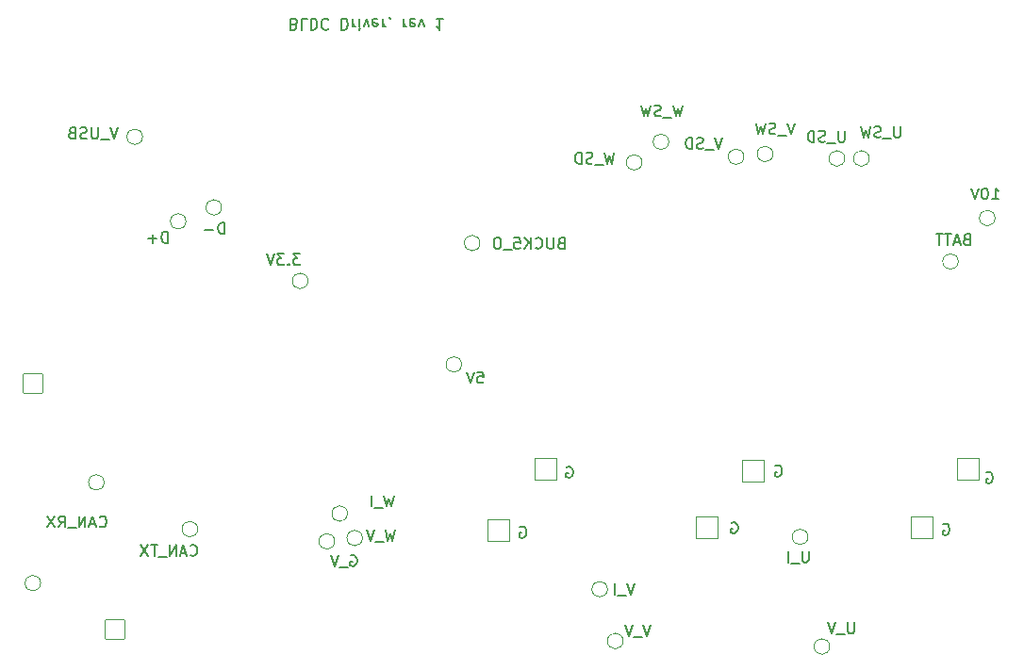
<source format=gbo>
G04 #@! TF.GenerationSoftware,KiCad,Pcbnew,8.0.4-8.0.4-0~ubuntu22.04.1*
G04 #@! TF.CreationDate,2024-09-01T21:10:03+02:00*
G04 #@! TF.ProjectId,bldc_project,626c6463-5f70-4726-9f6a-6563742e6b69,rev?*
G04 #@! TF.SameCoordinates,Original*
G04 #@! TF.FileFunction,Legend,Bot*
G04 #@! TF.FilePolarity,Positive*
%FSLAX46Y46*%
G04 Gerber Fmt 4.6, Leading zero omitted, Abs format (unit mm)*
G04 Created by KiCad (PCBNEW 8.0.4-8.0.4-0~ubuntu22.04.1) date 2024-09-01 21:10:03*
%MOMM*%
%LPD*%
G01*
G04 APERTURE LIST*
G04 Aperture macros list*
%AMRoundRect*
0 Rectangle with rounded corners*
0 $1 Rounding radius*
0 $2 $3 $4 $5 $6 $7 $8 $9 X,Y pos of 4 corners*
0 Add a 4 corners polygon primitive as box body*
4,1,4,$2,$3,$4,$5,$6,$7,$8,$9,$2,$3,0*
0 Add four circle primitives for the rounded corners*
1,1,$1+$1,$2,$3*
1,1,$1+$1,$4,$5*
1,1,$1+$1,$6,$7*
1,1,$1+$1,$8,$9*
0 Add four rect primitives between the rounded corners*
20,1,$1+$1,$2,$3,$4,$5,0*
20,1,$1+$1,$4,$5,$6,$7,0*
20,1,$1+$1,$6,$7,$8,$9,0*
20,1,$1+$1,$8,$9,$2,$3,0*%
G04 Aperture macros list end*
%ADD10C,0.160000*%
%ADD11C,0.120000*%
%ADD12RoundRect,0.038000X0.952500X1.000000X-0.952500X1.000000X-0.952500X-1.000000X0.952500X-1.000000X0*%
%ADD13O,1.981000X2.076000*%
%ADD14C,1.676000*%
%ADD15C,1.448000*%
%ADD16C,0.726000*%
%ADD17O,1.076000X2.176000*%
%ADD18O,1.076000X1.676000*%
%ADD19RoundRect,0.038000X0.850000X-0.850000X0.850000X0.850000X-0.850000X0.850000X-0.850000X-0.850000X0*%
%ADD20O,1.776000X1.776000*%
%ADD21RoundRect,0.038000X0.850000X0.850000X-0.850000X0.850000X-0.850000X-0.850000X0.850000X-0.850000X0*%
%ADD22C,1.076000*%
G04 APERTURE END LIST*
D10*
X76001879Y-128069299D02*
X75763784Y-129069299D01*
X75763784Y-129069299D02*
X75573308Y-128355013D01*
X75573308Y-128355013D02*
X75382832Y-129069299D01*
X75382832Y-129069299D02*
X75144737Y-128069299D01*
X75001880Y-129164537D02*
X74239975Y-129164537D01*
X74144736Y-128069299D02*
X73811403Y-129069299D01*
X73811403Y-129069299D02*
X73478070Y-128069299D01*
X101851879Y-89919299D02*
X101613784Y-90919299D01*
X101613784Y-90919299D02*
X101423308Y-90205013D01*
X101423308Y-90205013D02*
X101232832Y-90919299D01*
X101232832Y-90919299D02*
X100994737Y-89919299D01*
X100851880Y-91014537D02*
X100089975Y-91014537D01*
X99899498Y-90871680D02*
X99756641Y-90919299D01*
X99756641Y-90919299D02*
X99518546Y-90919299D01*
X99518546Y-90919299D02*
X99423308Y-90871680D01*
X99423308Y-90871680D02*
X99375689Y-90824060D01*
X99375689Y-90824060D02*
X99328070Y-90728822D01*
X99328070Y-90728822D02*
X99328070Y-90633584D01*
X99328070Y-90633584D02*
X99375689Y-90538346D01*
X99375689Y-90538346D02*
X99423308Y-90490727D01*
X99423308Y-90490727D02*
X99518546Y-90443108D01*
X99518546Y-90443108D02*
X99709022Y-90395489D01*
X99709022Y-90395489D02*
X99804260Y-90347870D01*
X99804260Y-90347870D02*
X99851879Y-90300251D01*
X99851879Y-90300251D02*
X99899498Y-90205013D01*
X99899498Y-90205013D02*
X99899498Y-90109775D01*
X99899498Y-90109775D02*
X99851879Y-90014537D01*
X99851879Y-90014537D02*
X99804260Y-89966918D01*
X99804260Y-89966918D02*
X99709022Y-89919299D01*
X99709022Y-89919299D02*
X99470927Y-89919299D01*
X99470927Y-89919299D02*
X99328070Y-89966918D01*
X98994736Y-89919299D02*
X98756641Y-90919299D01*
X98756641Y-90919299D02*
X98566165Y-90205013D01*
X98566165Y-90205013D02*
X98375689Y-90919299D01*
X98375689Y-90919299D02*
X98137594Y-89919299D01*
X116406641Y-92219299D02*
X116406641Y-93028822D01*
X116406641Y-93028822D02*
X116359022Y-93124060D01*
X116359022Y-93124060D02*
X116311403Y-93171680D01*
X116311403Y-93171680D02*
X116216165Y-93219299D01*
X116216165Y-93219299D02*
X116025689Y-93219299D01*
X116025689Y-93219299D02*
X115930451Y-93171680D01*
X115930451Y-93171680D02*
X115882832Y-93124060D01*
X115882832Y-93124060D02*
X115835213Y-93028822D01*
X115835213Y-93028822D02*
X115835213Y-92219299D01*
X115597118Y-93314537D02*
X114835213Y-93314537D01*
X114644736Y-93171680D02*
X114501879Y-93219299D01*
X114501879Y-93219299D02*
X114263784Y-93219299D01*
X114263784Y-93219299D02*
X114168546Y-93171680D01*
X114168546Y-93171680D02*
X114120927Y-93124060D01*
X114120927Y-93124060D02*
X114073308Y-93028822D01*
X114073308Y-93028822D02*
X114073308Y-92933584D01*
X114073308Y-92933584D02*
X114120927Y-92838346D01*
X114120927Y-92838346D02*
X114168546Y-92790727D01*
X114168546Y-92790727D02*
X114263784Y-92743108D01*
X114263784Y-92743108D02*
X114454260Y-92695489D01*
X114454260Y-92695489D02*
X114549498Y-92647870D01*
X114549498Y-92647870D02*
X114597117Y-92600251D01*
X114597117Y-92600251D02*
X114644736Y-92505013D01*
X114644736Y-92505013D02*
X114644736Y-92409775D01*
X114644736Y-92409775D02*
X114597117Y-92314537D01*
X114597117Y-92314537D02*
X114549498Y-92266918D01*
X114549498Y-92266918D02*
X114454260Y-92219299D01*
X114454260Y-92219299D02*
X114216165Y-92219299D01*
X114216165Y-92219299D02*
X114073308Y-92266918D01*
X113644736Y-93219299D02*
X113644736Y-92219299D01*
X113644736Y-92219299D02*
X113406641Y-92219299D01*
X113406641Y-92219299D02*
X113263784Y-92266918D01*
X113263784Y-92266918D02*
X113168546Y-92362156D01*
X113168546Y-92362156D02*
X113120927Y-92457394D01*
X113120927Y-92457394D02*
X113073308Y-92647870D01*
X113073308Y-92647870D02*
X113073308Y-92790727D01*
X113073308Y-92790727D02*
X113120927Y-92981203D01*
X113120927Y-92981203D02*
X113168546Y-93076441D01*
X113168546Y-93076441D02*
X113263784Y-93171680D01*
X113263784Y-93171680D02*
X113406641Y-93219299D01*
X113406641Y-93219299D02*
X113644736Y-93219299D01*
X51099498Y-91919299D02*
X50766165Y-92919299D01*
X50766165Y-92919299D02*
X50432832Y-91919299D01*
X50337594Y-93014537D02*
X49575689Y-93014537D01*
X49337593Y-91919299D02*
X49337593Y-92728822D01*
X49337593Y-92728822D02*
X49289974Y-92824060D01*
X49289974Y-92824060D02*
X49242355Y-92871680D01*
X49242355Y-92871680D02*
X49147117Y-92919299D01*
X49147117Y-92919299D02*
X48956641Y-92919299D01*
X48956641Y-92919299D02*
X48861403Y-92871680D01*
X48861403Y-92871680D02*
X48813784Y-92824060D01*
X48813784Y-92824060D02*
X48766165Y-92728822D01*
X48766165Y-92728822D02*
X48766165Y-91919299D01*
X48337593Y-92871680D02*
X48194736Y-92919299D01*
X48194736Y-92919299D02*
X47956641Y-92919299D01*
X47956641Y-92919299D02*
X47861403Y-92871680D01*
X47861403Y-92871680D02*
X47813784Y-92824060D01*
X47813784Y-92824060D02*
X47766165Y-92728822D01*
X47766165Y-92728822D02*
X47766165Y-92633584D01*
X47766165Y-92633584D02*
X47813784Y-92538346D01*
X47813784Y-92538346D02*
X47861403Y-92490727D01*
X47861403Y-92490727D02*
X47956641Y-92443108D01*
X47956641Y-92443108D02*
X48147117Y-92395489D01*
X48147117Y-92395489D02*
X48242355Y-92347870D01*
X48242355Y-92347870D02*
X48289974Y-92300251D01*
X48289974Y-92300251D02*
X48337593Y-92205013D01*
X48337593Y-92205013D02*
X48337593Y-92109775D01*
X48337593Y-92109775D02*
X48289974Y-92014537D01*
X48289974Y-92014537D02*
X48242355Y-91966918D01*
X48242355Y-91966918D02*
X48147117Y-91919299D01*
X48147117Y-91919299D02*
X47909022Y-91919299D01*
X47909022Y-91919299D02*
X47766165Y-91966918D01*
X47004260Y-92395489D02*
X46861403Y-92443108D01*
X46861403Y-92443108D02*
X46813784Y-92490727D01*
X46813784Y-92490727D02*
X46766165Y-92585965D01*
X46766165Y-92585965D02*
X46766165Y-92728822D01*
X46766165Y-92728822D02*
X46813784Y-92824060D01*
X46813784Y-92824060D02*
X46861403Y-92871680D01*
X46861403Y-92871680D02*
X46956641Y-92919299D01*
X46956641Y-92919299D02*
X47337593Y-92919299D01*
X47337593Y-92919299D02*
X47337593Y-91919299D01*
X47337593Y-91919299D02*
X47004260Y-91919299D01*
X47004260Y-91919299D02*
X46909022Y-91966918D01*
X46909022Y-91966918D02*
X46861403Y-92014537D01*
X46861403Y-92014537D02*
X46813784Y-92109775D01*
X46813784Y-92109775D02*
X46813784Y-92205013D01*
X46813784Y-92205013D02*
X46861403Y-92300251D01*
X46861403Y-92300251D02*
X46909022Y-92347870D01*
X46909022Y-92347870D02*
X47004260Y-92395489D01*
X47004260Y-92395489D02*
X47337593Y-92395489D01*
X95701879Y-94169299D02*
X95463784Y-95169299D01*
X95463784Y-95169299D02*
X95273308Y-94455013D01*
X95273308Y-94455013D02*
X95082832Y-95169299D01*
X95082832Y-95169299D02*
X94844737Y-94169299D01*
X94701880Y-95264537D02*
X93939975Y-95264537D01*
X93749498Y-95121680D02*
X93606641Y-95169299D01*
X93606641Y-95169299D02*
X93368546Y-95169299D01*
X93368546Y-95169299D02*
X93273308Y-95121680D01*
X93273308Y-95121680D02*
X93225689Y-95074060D01*
X93225689Y-95074060D02*
X93178070Y-94978822D01*
X93178070Y-94978822D02*
X93178070Y-94883584D01*
X93178070Y-94883584D02*
X93225689Y-94788346D01*
X93225689Y-94788346D02*
X93273308Y-94740727D01*
X93273308Y-94740727D02*
X93368546Y-94693108D01*
X93368546Y-94693108D02*
X93559022Y-94645489D01*
X93559022Y-94645489D02*
X93654260Y-94597870D01*
X93654260Y-94597870D02*
X93701879Y-94550251D01*
X93701879Y-94550251D02*
X93749498Y-94455013D01*
X93749498Y-94455013D02*
X93749498Y-94359775D01*
X93749498Y-94359775D02*
X93701879Y-94264537D01*
X93701879Y-94264537D02*
X93654260Y-94216918D01*
X93654260Y-94216918D02*
X93559022Y-94169299D01*
X93559022Y-94169299D02*
X93320927Y-94169299D01*
X93320927Y-94169299D02*
X93178070Y-94216918D01*
X92749498Y-95169299D02*
X92749498Y-94169299D01*
X92749498Y-94169299D02*
X92511403Y-94169299D01*
X92511403Y-94169299D02*
X92368546Y-94216918D01*
X92368546Y-94216918D02*
X92273308Y-94312156D01*
X92273308Y-94312156D02*
X92225689Y-94407394D01*
X92225689Y-94407394D02*
X92178070Y-94597870D01*
X92178070Y-94597870D02*
X92178070Y-94740727D01*
X92178070Y-94740727D02*
X92225689Y-94931203D01*
X92225689Y-94931203D02*
X92273308Y-95026441D01*
X92273308Y-95026441D02*
X92368546Y-95121680D01*
X92368546Y-95121680D02*
X92511403Y-95169299D01*
X92511403Y-95169299D02*
X92749498Y-95169299D01*
X83430451Y-113869299D02*
X83906641Y-113869299D01*
X83906641Y-113869299D02*
X83954260Y-114345489D01*
X83954260Y-114345489D02*
X83906641Y-114297870D01*
X83906641Y-114297870D02*
X83811403Y-114250251D01*
X83811403Y-114250251D02*
X83573308Y-114250251D01*
X83573308Y-114250251D02*
X83478070Y-114297870D01*
X83478070Y-114297870D02*
X83430451Y-114345489D01*
X83430451Y-114345489D02*
X83382832Y-114440727D01*
X83382832Y-114440727D02*
X83382832Y-114678822D01*
X83382832Y-114678822D02*
X83430451Y-114774060D01*
X83430451Y-114774060D02*
X83478070Y-114821680D01*
X83478070Y-114821680D02*
X83573308Y-114869299D01*
X83573308Y-114869299D02*
X83811403Y-114869299D01*
X83811403Y-114869299D02*
X83906641Y-114821680D01*
X83906641Y-114821680D02*
X83954260Y-114774060D01*
X83097117Y-113869299D02*
X82763784Y-114869299D01*
X82763784Y-114869299D02*
X82430451Y-113869299D01*
X75901879Y-124969299D02*
X75663784Y-125969299D01*
X75663784Y-125969299D02*
X75473308Y-125255013D01*
X75473308Y-125255013D02*
X75282832Y-125969299D01*
X75282832Y-125969299D02*
X75044737Y-124969299D01*
X74901880Y-126064537D02*
X74139975Y-126064537D01*
X73901879Y-125969299D02*
X73901879Y-124969299D01*
X129132832Y-122916918D02*
X129228070Y-122869299D01*
X129228070Y-122869299D02*
X129370927Y-122869299D01*
X129370927Y-122869299D02*
X129513784Y-122916918D01*
X129513784Y-122916918D02*
X129609022Y-123012156D01*
X129609022Y-123012156D02*
X129656641Y-123107394D01*
X129656641Y-123107394D02*
X129704260Y-123297870D01*
X129704260Y-123297870D02*
X129704260Y-123440727D01*
X129704260Y-123440727D02*
X129656641Y-123631203D01*
X129656641Y-123631203D02*
X129609022Y-123726441D01*
X129609022Y-123726441D02*
X129513784Y-123821680D01*
X129513784Y-123821680D02*
X129370927Y-123869299D01*
X129370927Y-123869299D02*
X129275689Y-123869299D01*
X129275689Y-123869299D02*
X129132832Y-123821680D01*
X129132832Y-123821680D02*
X129085213Y-123774060D01*
X129085213Y-123774060D02*
X129085213Y-123440727D01*
X129085213Y-123440727D02*
X129275689Y-123440727D01*
X60706641Y-101469299D02*
X60706641Y-100469299D01*
X60706641Y-100469299D02*
X60468546Y-100469299D01*
X60468546Y-100469299D02*
X60325689Y-100516918D01*
X60325689Y-100516918D02*
X60230451Y-100612156D01*
X60230451Y-100612156D02*
X60182832Y-100707394D01*
X60182832Y-100707394D02*
X60135213Y-100897870D01*
X60135213Y-100897870D02*
X60135213Y-101040727D01*
X60135213Y-101040727D02*
X60182832Y-101231203D01*
X60182832Y-101231203D02*
X60230451Y-101326441D01*
X60230451Y-101326441D02*
X60325689Y-101421680D01*
X60325689Y-101421680D02*
X60468546Y-101469299D01*
X60468546Y-101469299D02*
X60706641Y-101469299D01*
X59706641Y-101088346D02*
X58944737Y-101088346D01*
X105399498Y-92819299D02*
X105066165Y-93819299D01*
X105066165Y-93819299D02*
X104732832Y-92819299D01*
X104637594Y-93914537D02*
X103875689Y-93914537D01*
X103685212Y-93771680D02*
X103542355Y-93819299D01*
X103542355Y-93819299D02*
X103304260Y-93819299D01*
X103304260Y-93819299D02*
X103209022Y-93771680D01*
X103209022Y-93771680D02*
X103161403Y-93724060D01*
X103161403Y-93724060D02*
X103113784Y-93628822D01*
X103113784Y-93628822D02*
X103113784Y-93533584D01*
X103113784Y-93533584D02*
X103161403Y-93438346D01*
X103161403Y-93438346D02*
X103209022Y-93390727D01*
X103209022Y-93390727D02*
X103304260Y-93343108D01*
X103304260Y-93343108D02*
X103494736Y-93295489D01*
X103494736Y-93295489D02*
X103589974Y-93247870D01*
X103589974Y-93247870D02*
X103637593Y-93200251D01*
X103637593Y-93200251D02*
X103685212Y-93105013D01*
X103685212Y-93105013D02*
X103685212Y-93009775D01*
X103685212Y-93009775D02*
X103637593Y-92914537D01*
X103637593Y-92914537D02*
X103589974Y-92866918D01*
X103589974Y-92866918D02*
X103494736Y-92819299D01*
X103494736Y-92819299D02*
X103256641Y-92819299D01*
X103256641Y-92819299D02*
X103113784Y-92866918D01*
X102685212Y-93819299D02*
X102685212Y-92819299D01*
X102685212Y-92819299D02*
X102447117Y-92819299D01*
X102447117Y-92819299D02*
X102304260Y-92866918D01*
X102304260Y-92866918D02*
X102209022Y-92962156D01*
X102209022Y-92962156D02*
X102161403Y-93057394D01*
X102161403Y-93057394D02*
X102113784Y-93247870D01*
X102113784Y-93247870D02*
X102113784Y-93390727D01*
X102113784Y-93390727D02*
X102161403Y-93581203D01*
X102161403Y-93581203D02*
X102209022Y-93676441D01*
X102209022Y-93676441D02*
X102304260Y-93771680D01*
X102304260Y-93771680D02*
X102447117Y-93819299D01*
X102447117Y-93819299D02*
X102685212Y-93819299D01*
X111899498Y-91519299D02*
X111566165Y-92519299D01*
X111566165Y-92519299D02*
X111232832Y-91519299D01*
X111137594Y-92614537D02*
X110375689Y-92614537D01*
X110185212Y-92471680D02*
X110042355Y-92519299D01*
X110042355Y-92519299D02*
X109804260Y-92519299D01*
X109804260Y-92519299D02*
X109709022Y-92471680D01*
X109709022Y-92471680D02*
X109661403Y-92424060D01*
X109661403Y-92424060D02*
X109613784Y-92328822D01*
X109613784Y-92328822D02*
X109613784Y-92233584D01*
X109613784Y-92233584D02*
X109661403Y-92138346D01*
X109661403Y-92138346D02*
X109709022Y-92090727D01*
X109709022Y-92090727D02*
X109804260Y-92043108D01*
X109804260Y-92043108D02*
X109994736Y-91995489D01*
X109994736Y-91995489D02*
X110089974Y-91947870D01*
X110089974Y-91947870D02*
X110137593Y-91900251D01*
X110137593Y-91900251D02*
X110185212Y-91805013D01*
X110185212Y-91805013D02*
X110185212Y-91709775D01*
X110185212Y-91709775D02*
X110137593Y-91614537D01*
X110137593Y-91614537D02*
X110089974Y-91566918D01*
X110089974Y-91566918D02*
X109994736Y-91519299D01*
X109994736Y-91519299D02*
X109756641Y-91519299D01*
X109756641Y-91519299D02*
X109613784Y-91566918D01*
X109280450Y-91519299D02*
X109042355Y-92519299D01*
X109042355Y-92519299D02*
X108851879Y-91805013D01*
X108851879Y-91805013D02*
X108661403Y-92519299D01*
X108661403Y-92519299D02*
X108423308Y-91519299D01*
X91432832Y-122416918D02*
X91528070Y-122369299D01*
X91528070Y-122369299D02*
X91670927Y-122369299D01*
X91670927Y-122369299D02*
X91813784Y-122416918D01*
X91813784Y-122416918D02*
X91909022Y-122512156D01*
X91909022Y-122512156D02*
X91956641Y-122607394D01*
X91956641Y-122607394D02*
X92004260Y-122797870D01*
X92004260Y-122797870D02*
X92004260Y-122940727D01*
X92004260Y-122940727D02*
X91956641Y-123131203D01*
X91956641Y-123131203D02*
X91909022Y-123226441D01*
X91909022Y-123226441D02*
X91813784Y-123321680D01*
X91813784Y-123321680D02*
X91670927Y-123369299D01*
X91670927Y-123369299D02*
X91575689Y-123369299D01*
X91575689Y-123369299D02*
X91432832Y-123321680D01*
X91432832Y-123321680D02*
X91385213Y-123274060D01*
X91385213Y-123274060D02*
X91385213Y-122940727D01*
X91385213Y-122940727D02*
X91575689Y-122940727D01*
X110182832Y-122316918D02*
X110278070Y-122269299D01*
X110278070Y-122269299D02*
X110420927Y-122269299D01*
X110420927Y-122269299D02*
X110563784Y-122316918D01*
X110563784Y-122316918D02*
X110659022Y-122412156D01*
X110659022Y-122412156D02*
X110706641Y-122507394D01*
X110706641Y-122507394D02*
X110754260Y-122697870D01*
X110754260Y-122697870D02*
X110754260Y-122840727D01*
X110754260Y-122840727D02*
X110706641Y-123031203D01*
X110706641Y-123031203D02*
X110659022Y-123126441D01*
X110659022Y-123126441D02*
X110563784Y-123221680D01*
X110563784Y-123221680D02*
X110420927Y-123269299D01*
X110420927Y-123269299D02*
X110325689Y-123269299D01*
X110325689Y-123269299D02*
X110182832Y-123221680D01*
X110182832Y-123221680D02*
X110135213Y-123174060D01*
X110135213Y-123174060D02*
X110135213Y-122840727D01*
X110135213Y-122840727D02*
X110325689Y-122840727D01*
X121406641Y-91819299D02*
X121406641Y-92628822D01*
X121406641Y-92628822D02*
X121359022Y-92724060D01*
X121359022Y-92724060D02*
X121311403Y-92771680D01*
X121311403Y-92771680D02*
X121216165Y-92819299D01*
X121216165Y-92819299D02*
X121025689Y-92819299D01*
X121025689Y-92819299D02*
X120930451Y-92771680D01*
X120930451Y-92771680D02*
X120882832Y-92724060D01*
X120882832Y-92724060D02*
X120835213Y-92628822D01*
X120835213Y-92628822D02*
X120835213Y-91819299D01*
X120597118Y-92914537D02*
X119835213Y-92914537D01*
X119644736Y-92771680D02*
X119501879Y-92819299D01*
X119501879Y-92819299D02*
X119263784Y-92819299D01*
X119263784Y-92819299D02*
X119168546Y-92771680D01*
X119168546Y-92771680D02*
X119120927Y-92724060D01*
X119120927Y-92724060D02*
X119073308Y-92628822D01*
X119073308Y-92628822D02*
X119073308Y-92533584D01*
X119073308Y-92533584D02*
X119120927Y-92438346D01*
X119120927Y-92438346D02*
X119168546Y-92390727D01*
X119168546Y-92390727D02*
X119263784Y-92343108D01*
X119263784Y-92343108D02*
X119454260Y-92295489D01*
X119454260Y-92295489D02*
X119549498Y-92247870D01*
X119549498Y-92247870D02*
X119597117Y-92200251D01*
X119597117Y-92200251D02*
X119644736Y-92105013D01*
X119644736Y-92105013D02*
X119644736Y-92009775D01*
X119644736Y-92009775D02*
X119597117Y-91914537D01*
X119597117Y-91914537D02*
X119549498Y-91866918D01*
X119549498Y-91866918D02*
X119454260Y-91819299D01*
X119454260Y-91819299D02*
X119216165Y-91819299D01*
X119216165Y-91819299D02*
X119073308Y-91866918D01*
X118739974Y-91819299D02*
X118501879Y-92819299D01*
X118501879Y-92819299D02*
X118311403Y-92105013D01*
X118311403Y-92105013D02*
X118120927Y-92819299D01*
X118120927Y-92819299D02*
X117882832Y-91819299D01*
X57635213Y-130324060D02*
X57682832Y-130371680D01*
X57682832Y-130371680D02*
X57825689Y-130419299D01*
X57825689Y-130419299D02*
X57920927Y-130419299D01*
X57920927Y-130419299D02*
X58063784Y-130371680D01*
X58063784Y-130371680D02*
X58159022Y-130276441D01*
X58159022Y-130276441D02*
X58206641Y-130181203D01*
X58206641Y-130181203D02*
X58254260Y-129990727D01*
X58254260Y-129990727D02*
X58254260Y-129847870D01*
X58254260Y-129847870D02*
X58206641Y-129657394D01*
X58206641Y-129657394D02*
X58159022Y-129562156D01*
X58159022Y-129562156D02*
X58063784Y-129466918D01*
X58063784Y-129466918D02*
X57920927Y-129419299D01*
X57920927Y-129419299D02*
X57825689Y-129419299D01*
X57825689Y-129419299D02*
X57682832Y-129466918D01*
X57682832Y-129466918D02*
X57635213Y-129514537D01*
X57254260Y-130133584D02*
X56778070Y-130133584D01*
X57349498Y-130419299D02*
X57016165Y-129419299D01*
X57016165Y-129419299D02*
X56682832Y-130419299D01*
X56349498Y-130419299D02*
X56349498Y-129419299D01*
X56349498Y-129419299D02*
X55778070Y-130419299D01*
X55778070Y-130419299D02*
X55778070Y-129419299D01*
X55539975Y-130514537D02*
X54778070Y-130514537D01*
X54682831Y-129419299D02*
X54111403Y-129419299D01*
X54397117Y-130419299D02*
X54397117Y-129419299D01*
X53873307Y-129419299D02*
X53206641Y-130419299D01*
X53206641Y-129419299D02*
X53873307Y-130419299D01*
X98949498Y-136619299D02*
X98616165Y-137619299D01*
X98616165Y-137619299D02*
X98282832Y-136619299D01*
X98187594Y-137714537D02*
X97425689Y-137714537D01*
X97330450Y-136619299D02*
X96997117Y-137619299D01*
X96997117Y-137619299D02*
X96663784Y-136619299D01*
X125232832Y-127566918D02*
X125328070Y-127519299D01*
X125328070Y-127519299D02*
X125470927Y-127519299D01*
X125470927Y-127519299D02*
X125613784Y-127566918D01*
X125613784Y-127566918D02*
X125709022Y-127662156D01*
X125709022Y-127662156D02*
X125756641Y-127757394D01*
X125756641Y-127757394D02*
X125804260Y-127947870D01*
X125804260Y-127947870D02*
X125804260Y-128090727D01*
X125804260Y-128090727D02*
X125756641Y-128281203D01*
X125756641Y-128281203D02*
X125709022Y-128376441D01*
X125709022Y-128376441D02*
X125613784Y-128471680D01*
X125613784Y-128471680D02*
X125470927Y-128519299D01*
X125470927Y-128519299D02*
X125375689Y-128519299D01*
X125375689Y-128519299D02*
X125232832Y-128471680D01*
X125232832Y-128471680D02*
X125185213Y-128424060D01*
X125185213Y-128424060D02*
X125185213Y-128090727D01*
X125185213Y-128090727D02*
X125375689Y-128090727D01*
X87232832Y-127816918D02*
X87328070Y-127769299D01*
X87328070Y-127769299D02*
X87470927Y-127769299D01*
X87470927Y-127769299D02*
X87613784Y-127816918D01*
X87613784Y-127816918D02*
X87709022Y-127912156D01*
X87709022Y-127912156D02*
X87756641Y-128007394D01*
X87756641Y-128007394D02*
X87804260Y-128197870D01*
X87804260Y-128197870D02*
X87804260Y-128340727D01*
X87804260Y-128340727D02*
X87756641Y-128531203D01*
X87756641Y-128531203D02*
X87709022Y-128626441D01*
X87709022Y-128626441D02*
X87613784Y-128721680D01*
X87613784Y-128721680D02*
X87470927Y-128769299D01*
X87470927Y-128769299D02*
X87375689Y-128769299D01*
X87375689Y-128769299D02*
X87232832Y-128721680D01*
X87232832Y-128721680D02*
X87185213Y-128674060D01*
X87185213Y-128674060D02*
X87185213Y-128340727D01*
X87185213Y-128340727D02*
X87375689Y-128340727D01*
X129632832Y-98369299D02*
X130204260Y-98369299D01*
X129918546Y-98369299D02*
X129918546Y-97369299D01*
X129918546Y-97369299D02*
X130013784Y-97512156D01*
X130013784Y-97512156D02*
X130109022Y-97607394D01*
X130109022Y-97607394D02*
X130204260Y-97655013D01*
X129013784Y-97369299D02*
X128918546Y-97369299D01*
X128918546Y-97369299D02*
X128823308Y-97416918D01*
X128823308Y-97416918D02*
X128775689Y-97464537D01*
X128775689Y-97464537D02*
X128728070Y-97559775D01*
X128728070Y-97559775D02*
X128680451Y-97750251D01*
X128680451Y-97750251D02*
X128680451Y-97988346D01*
X128680451Y-97988346D02*
X128728070Y-98178822D01*
X128728070Y-98178822D02*
X128775689Y-98274060D01*
X128775689Y-98274060D02*
X128823308Y-98321680D01*
X128823308Y-98321680D02*
X128918546Y-98369299D01*
X128918546Y-98369299D02*
X129013784Y-98369299D01*
X129013784Y-98369299D02*
X129109022Y-98321680D01*
X129109022Y-98321680D02*
X129156641Y-98274060D01*
X129156641Y-98274060D02*
X129204260Y-98178822D01*
X129204260Y-98178822D02*
X129251879Y-97988346D01*
X129251879Y-97988346D02*
X129251879Y-97750251D01*
X129251879Y-97750251D02*
X129204260Y-97559775D01*
X129204260Y-97559775D02*
X129156641Y-97464537D01*
X129156641Y-97464537D02*
X129109022Y-97416918D01*
X129109022Y-97416918D02*
X129013784Y-97369299D01*
X128394736Y-97369299D02*
X128061403Y-98369299D01*
X128061403Y-98369299D02*
X127728070Y-97369299D01*
X67501879Y-103269299D02*
X66882832Y-103269299D01*
X66882832Y-103269299D02*
X67216165Y-103650251D01*
X67216165Y-103650251D02*
X67073308Y-103650251D01*
X67073308Y-103650251D02*
X66978070Y-103697870D01*
X66978070Y-103697870D02*
X66930451Y-103745489D01*
X66930451Y-103745489D02*
X66882832Y-103840727D01*
X66882832Y-103840727D02*
X66882832Y-104078822D01*
X66882832Y-104078822D02*
X66930451Y-104174060D01*
X66930451Y-104174060D02*
X66978070Y-104221680D01*
X66978070Y-104221680D02*
X67073308Y-104269299D01*
X67073308Y-104269299D02*
X67359022Y-104269299D01*
X67359022Y-104269299D02*
X67454260Y-104221680D01*
X67454260Y-104221680D02*
X67501879Y-104174060D01*
X66454260Y-104174060D02*
X66406641Y-104221680D01*
X66406641Y-104221680D02*
X66454260Y-104269299D01*
X66454260Y-104269299D02*
X66501879Y-104221680D01*
X66501879Y-104221680D02*
X66454260Y-104174060D01*
X66454260Y-104174060D02*
X66454260Y-104269299D01*
X66073308Y-103269299D02*
X65454261Y-103269299D01*
X65454261Y-103269299D02*
X65787594Y-103650251D01*
X65787594Y-103650251D02*
X65644737Y-103650251D01*
X65644737Y-103650251D02*
X65549499Y-103697870D01*
X65549499Y-103697870D02*
X65501880Y-103745489D01*
X65501880Y-103745489D02*
X65454261Y-103840727D01*
X65454261Y-103840727D02*
X65454261Y-104078822D01*
X65454261Y-104078822D02*
X65501880Y-104174060D01*
X65501880Y-104174060D02*
X65549499Y-104221680D01*
X65549499Y-104221680D02*
X65644737Y-104269299D01*
X65644737Y-104269299D02*
X65930451Y-104269299D01*
X65930451Y-104269299D02*
X66025689Y-104221680D01*
X66025689Y-104221680D02*
X66073308Y-104174060D01*
X65168546Y-103269299D02*
X64835213Y-104269299D01*
X64835213Y-104269299D02*
X64501880Y-103269299D01*
X117256641Y-136369299D02*
X117256641Y-137178822D01*
X117256641Y-137178822D02*
X117209022Y-137274060D01*
X117209022Y-137274060D02*
X117161403Y-137321680D01*
X117161403Y-137321680D02*
X117066165Y-137369299D01*
X117066165Y-137369299D02*
X116875689Y-137369299D01*
X116875689Y-137369299D02*
X116780451Y-137321680D01*
X116780451Y-137321680D02*
X116732832Y-137274060D01*
X116732832Y-137274060D02*
X116685213Y-137178822D01*
X116685213Y-137178822D02*
X116685213Y-136369299D01*
X116447118Y-137464537D02*
X115685213Y-137464537D01*
X115589974Y-136369299D02*
X115256641Y-137369299D01*
X115256641Y-137369299D02*
X114923308Y-136369299D01*
X72032832Y-130366918D02*
X72128070Y-130319299D01*
X72128070Y-130319299D02*
X72270927Y-130319299D01*
X72270927Y-130319299D02*
X72413784Y-130366918D01*
X72413784Y-130366918D02*
X72509022Y-130462156D01*
X72509022Y-130462156D02*
X72556641Y-130557394D01*
X72556641Y-130557394D02*
X72604260Y-130747870D01*
X72604260Y-130747870D02*
X72604260Y-130890727D01*
X72604260Y-130890727D02*
X72556641Y-131081203D01*
X72556641Y-131081203D02*
X72509022Y-131176441D01*
X72509022Y-131176441D02*
X72413784Y-131271680D01*
X72413784Y-131271680D02*
X72270927Y-131319299D01*
X72270927Y-131319299D02*
X72175689Y-131319299D01*
X72175689Y-131319299D02*
X72032832Y-131271680D01*
X72032832Y-131271680D02*
X71985213Y-131224060D01*
X71985213Y-131224060D02*
X71985213Y-130890727D01*
X71985213Y-130890727D02*
X72175689Y-130890727D01*
X71794737Y-131414537D02*
X71032832Y-131414537D01*
X70937593Y-130319299D02*
X70604260Y-131319299D01*
X70604260Y-131319299D02*
X70270927Y-130319299D01*
X97499498Y-132869299D02*
X97166165Y-133869299D01*
X97166165Y-133869299D02*
X96832832Y-132869299D01*
X96737594Y-133964537D02*
X95975689Y-133964537D01*
X95737593Y-133869299D02*
X95737593Y-132869299D01*
X113156641Y-129969299D02*
X113156641Y-130778822D01*
X113156641Y-130778822D02*
X113109022Y-130874060D01*
X113109022Y-130874060D02*
X113061403Y-130921680D01*
X113061403Y-130921680D02*
X112966165Y-130969299D01*
X112966165Y-130969299D02*
X112775689Y-130969299D01*
X112775689Y-130969299D02*
X112680451Y-130921680D01*
X112680451Y-130921680D02*
X112632832Y-130874060D01*
X112632832Y-130874060D02*
X112585213Y-130778822D01*
X112585213Y-130778822D02*
X112585213Y-129969299D01*
X112347118Y-131064537D02*
X111585213Y-131064537D01*
X111347117Y-130969299D02*
X111347117Y-129969299D01*
X127323308Y-101945489D02*
X127180451Y-101993108D01*
X127180451Y-101993108D02*
X127132832Y-102040727D01*
X127132832Y-102040727D02*
X127085213Y-102135965D01*
X127085213Y-102135965D02*
X127085213Y-102278822D01*
X127085213Y-102278822D02*
X127132832Y-102374060D01*
X127132832Y-102374060D02*
X127180451Y-102421680D01*
X127180451Y-102421680D02*
X127275689Y-102469299D01*
X127275689Y-102469299D02*
X127656641Y-102469299D01*
X127656641Y-102469299D02*
X127656641Y-101469299D01*
X127656641Y-101469299D02*
X127323308Y-101469299D01*
X127323308Y-101469299D02*
X127228070Y-101516918D01*
X127228070Y-101516918D02*
X127180451Y-101564537D01*
X127180451Y-101564537D02*
X127132832Y-101659775D01*
X127132832Y-101659775D02*
X127132832Y-101755013D01*
X127132832Y-101755013D02*
X127180451Y-101850251D01*
X127180451Y-101850251D02*
X127228070Y-101897870D01*
X127228070Y-101897870D02*
X127323308Y-101945489D01*
X127323308Y-101945489D02*
X127656641Y-101945489D01*
X126704260Y-102183584D02*
X126228070Y-102183584D01*
X126799498Y-102469299D02*
X126466165Y-101469299D01*
X126466165Y-101469299D02*
X126132832Y-102469299D01*
X125942355Y-101469299D02*
X125370927Y-101469299D01*
X125656641Y-102469299D02*
X125656641Y-101469299D01*
X125180450Y-101469299D02*
X124609022Y-101469299D01*
X124894736Y-102469299D02*
X124894736Y-101469299D01*
X90923308Y-102295489D02*
X90780451Y-102343108D01*
X90780451Y-102343108D02*
X90732832Y-102390727D01*
X90732832Y-102390727D02*
X90685213Y-102485965D01*
X90685213Y-102485965D02*
X90685213Y-102628822D01*
X90685213Y-102628822D02*
X90732832Y-102724060D01*
X90732832Y-102724060D02*
X90780451Y-102771680D01*
X90780451Y-102771680D02*
X90875689Y-102819299D01*
X90875689Y-102819299D02*
X91256641Y-102819299D01*
X91256641Y-102819299D02*
X91256641Y-101819299D01*
X91256641Y-101819299D02*
X90923308Y-101819299D01*
X90923308Y-101819299D02*
X90828070Y-101866918D01*
X90828070Y-101866918D02*
X90780451Y-101914537D01*
X90780451Y-101914537D02*
X90732832Y-102009775D01*
X90732832Y-102009775D02*
X90732832Y-102105013D01*
X90732832Y-102105013D02*
X90780451Y-102200251D01*
X90780451Y-102200251D02*
X90828070Y-102247870D01*
X90828070Y-102247870D02*
X90923308Y-102295489D01*
X90923308Y-102295489D02*
X91256641Y-102295489D01*
X90256641Y-101819299D02*
X90256641Y-102628822D01*
X90256641Y-102628822D02*
X90209022Y-102724060D01*
X90209022Y-102724060D02*
X90161403Y-102771680D01*
X90161403Y-102771680D02*
X90066165Y-102819299D01*
X90066165Y-102819299D02*
X89875689Y-102819299D01*
X89875689Y-102819299D02*
X89780451Y-102771680D01*
X89780451Y-102771680D02*
X89732832Y-102724060D01*
X89732832Y-102724060D02*
X89685213Y-102628822D01*
X89685213Y-102628822D02*
X89685213Y-101819299D01*
X88637594Y-102724060D02*
X88685213Y-102771680D01*
X88685213Y-102771680D02*
X88828070Y-102819299D01*
X88828070Y-102819299D02*
X88923308Y-102819299D01*
X88923308Y-102819299D02*
X89066165Y-102771680D01*
X89066165Y-102771680D02*
X89161403Y-102676441D01*
X89161403Y-102676441D02*
X89209022Y-102581203D01*
X89209022Y-102581203D02*
X89256641Y-102390727D01*
X89256641Y-102390727D02*
X89256641Y-102247870D01*
X89256641Y-102247870D02*
X89209022Y-102057394D01*
X89209022Y-102057394D02*
X89161403Y-101962156D01*
X89161403Y-101962156D02*
X89066165Y-101866918D01*
X89066165Y-101866918D02*
X88923308Y-101819299D01*
X88923308Y-101819299D02*
X88828070Y-101819299D01*
X88828070Y-101819299D02*
X88685213Y-101866918D01*
X88685213Y-101866918D02*
X88637594Y-101914537D01*
X88209022Y-102819299D02*
X88209022Y-101819299D01*
X87637594Y-102819299D02*
X88066165Y-102247870D01*
X87637594Y-101819299D02*
X88209022Y-102390727D01*
X86732832Y-101819299D02*
X87209022Y-101819299D01*
X87209022Y-101819299D02*
X87256641Y-102295489D01*
X87256641Y-102295489D02*
X87209022Y-102247870D01*
X87209022Y-102247870D02*
X87113784Y-102200251D01*
X87113784Y-102200251D02*
X86875689Y-102200251D01*
X86875689Y-102200251D02*
X86780451Y-102247870D01*
X86780451Y-102247870D02*
X86732832Y-102295489D01*
X86732832Y-102295489D02*
X86685213Y-102390727D01*
X86685213Y-102390727D02*
X86685213Y-102628822D01*
X86685213Y-102628822D02*
X86732832Y-102724060D01*
X86732832Y-102724060D02*
X86780451Y-102771680D01*
X86780451Y-102771680D02*
X86875689Y-102819299D01*
X86875689Y-102819299D02*
X87113784Y-102819299D01*
X87113784Y-102819299D02*
X87209022Y-102771680D01*
X87209022Y-102771680D02*
X87256641Y-102724060D01*
X86494737Y-102914537D02*
X85732832Y-102914537D01*
X85304260Y-101819299D02*
X85113784Y-101819299D01*
X85113784Y-101819299D02*
X85018546Y-101866918D01*
X85018546Y-101866918D02*
X84923308Y-101962156D01*
X84923308Y-101962156D02*
X84875689Y-102152632D01*
X84875689Y-102152632D02*
X84875689Y-102485965D01*
X84875689Y-102485965D02*
X84923308Y-102676441D01*
X84923308Y-102676441D02*
X85018546Y-102771680D01*
X85018546Y-102771680D02*
X85113784Y-102819299D01*
X85113784Y-102819299D02*
X85304260Y-102819299D01*
X85304260Y-102819299D02*
X85399498Y-102771680D01*
X85399498Y-102771680D02*
X85494736Y-102676441D01*
X85494736Y-102676441D02*
X85542355Y-102485965D01*
X85542355Y-102485965D02*
X85542355Y-102152632D01*
X85542355Y-102152632D02*
X85494736Y-101962156D01*
X85494736Y-101962156D02*
X85399498Y-101866918D01*
X85399498Y-101866918D02*
X85304260Y-101819299D01*
X66976691Y-82654510D02*
X67119548Y-82606891D01*
X67119548Y-82606891D02*
X67167167Y-82559272D01*
X67167167Y-82559272D02*
X67214786Y-82464034D01*
X67214786Y-82464034D02*
X67214786Y-82321177D01*
X67214786Y-82321177D02*
X67167167Y-82225939D01*
X67167167Y-82225939D02*
X67119548Y-82178320D01*
X67119548Y-82178320D02*
X67024310Y-82130700D01*
X67024310Y-82130700D02*
X66643358Y-82130700D01*
X66643358Y-82130700D02*
X66643358Y-83130700D01*
X66643358Y-83130700D02*
X66976691Y-83130700D01*
X66976691Y-83130700D02*
X67071929Y-83083081D01*
X67071929Y-83083081D02*
X67119548Y-83035462D01*
X67119548Y-83035462D02*
X67167167Y-82940224D01*
X67167167Y-82940224D02*
X67167167Y-82844986D01*
X67167167Y-82844986D02*
X67119548Y-82749748D01*
X67119548Y-82749748D02*
X67071929Y-82702129D01*
X67071929Y-82702129D02*
X66976691Y-82654510D01*
X66976691Y-82654510D02*
X66643358Y-82654510D01*
X68119548Y-82130700D02*
X67643358Y-82130700D01*
X67643358Y-82130700D02*
X67643358Y-83130700D01*
X68452882Y-82130700D02*
X68452882Y-83130700D01*
X68452882Y-83130700D02*
X68690977Y-83130700D01*
X68690977Y-83130700D02*
X68833834Y-83083081D01*
X68833834Y-83083081D02*
X68929072Y-82987843D01*
X68929072Y-82987843D02*
X68976691Y-82892605D01*
X68976691Y-82892605D02*
X69024310Y-82702129D01*
X69024310Y-82702129D02*
X69024310Y-82559272D01*
X69024310Y-82559272D02*
X68976691Y-82368796D01*
X68976691Y-82368796D02*
X68929072Y-82273558D01*
X68929072Y-82273558D02*
X68833834Y-82178320D01*
X68833834Y-82178320D02*
X68690977Y-82130700D01*
X68690977Y-82130700D02*
X68452882Y-82130700D01*
X70024310Y-82225939D02*
X69976691Y-82178320D01*
X69976691Y-82178320D02*
X69833834Y-82130700D01*
X69833834Y-82130700D02*
X69738596Y-82130700D01*
X69738596Y-82130700D02*
X69595739Y-82178320D01*
X69595739Y-82178320D02*
X69500501Y-82273558D01*
X69500501Y-82273558D02*
X69452882Y-82368796D01*
X69452882Y-82368796D02*
X69405263Y-82559272D01*
X69405263Y-82559272D02*
X69405263Y-82702129D01*
X69405263Y-82702129D02*
X69452882Y-82892605D01*
X69452882Y-82892605D02*
X69500501Y-82987843D01*
X69500501Y-82987843D02*
X69595739Y-83083081D01*
X69595739Y-83083081D02*
X69738596Y-83130700D01*
X69738596Y-83130700D02*
X69833834Y-83130700D01*
X69833834Y-83130700D02*
X69976691Y-83083081D01*
X69976691Y-83083081D02*
X70024310Y-83035462D01*
X71214787Y-82130700D02*
X71214787Y-83130700D01*
X71214787Y-83130700D02*
X71452882Y-83130700D01*
X71452882Y-83130700D02*
X71595739Y-83083081D01*
X71595739Y-83083081D02*
X71690977Y-82987843D01*
X71690977Y-82987843D02*
X71738596Y-82892605D01*
X71738596Y-82892605D02*
X71786215Y-82702129D01*
X71786215Y-82702129D02*
X71786215Y-82559272D01*
X71786215Y-82559272D02*
X71738596Y-82368796D01*
X71738596Y-82368796D02*
X71690977Y-82273558D01*
X71690977Y-82273558D02*
X71595739Y-82178320D01*
X71595739Y-82178320D02*
X71452882Y-82130700D01*
X71452882Y-82130700D02*
X71214787Y-82130700D01*
X72214787Y-82130700D02*
X72214787Y-82797367D01*
X72214787Y-82606891D02*
X72262406Y-82702129D01*
X72262406Y-82702129D02*
X72310025Y-82749748D01*
X72310025Y-82749748D02*
X72405263Y-82797367D01*
X72405263Y-82797367D02*
X72500501Y-82797367D01*
X72833835Y-82130700D02*
X72833835Y-82797367D01*
X72833835Y-83130700D02*
X72786216Y-83083081D01*
X72786216Y-83083081D02*
X72833835Y-83035462D01*
X72833835Y-83035462D02*
X72881454Y-83083081D01*
X72881454Y-83083081D02*
X72833835Y-83130700D01*
X72833835Y-83130700D02*
X72833835Y-83035462D01*
X73214787Y-82797367D02*
X73452882Y-82130700D01*
X73452882Y-82130700D02*
X73690977Y-82797367D01*
X74452882Y-82178320D02*
X74357644Y-82130700D01*
X74357644Y-82130700D02*
X74167168Y-82130700D01*
X74167168Y-82130700D02*
X74071930Y-82178320D01*
X74071930Y-82178320D02*
X74024311Y-82273558D01*
X74024311Y-82273558D02*
X74024311Y-82654510D01*
X74024311Y-82654510D02*
X74071930Y-82749748D01*
X74071930Y-82749748D02*
X74167168Y-82797367D01*
X74167168Y-82797367D02*
X74357644Y-82797367D01*
X74357644Y-82797367D02*
X74452882Y-82749748D01*
X74452882Y-82749748D02*
X74500501Y-82654510D01*
X74500501Y-82654510D02*
X74500501Y-82559272D01*
X74500501Y-82559272D02*
X74024311Y-82464034D01*
X74929073Y-82130700D02*
X74929073Y-82797367D01*
X74929073Y-82606891D02*
X74976692Y-82702129D01*
X74976692Y-82702129D02*
X75024311Y-82749748D01*
X75024311Y-82749748D02*
X75119549Y-82797367D01*
X75119549Y-82797367D02*
X75214787Y-82797367D01*
X75595740Y-82178320D02*
X75595740Y-82130700D01*
X75595740Y-82130700D02*
X75548121Y-82035462D01*
X75548121Y-82035462D02*
X75500502Y-81987843D01*
X76786216Y-82130700D02*
X76786216Y-82797367D01*
X76786216Y-82606891D02*
X76833835Y-82702129D01*
X76833835Y-82702129D02*
X76881454Y-82749748D01*
X76881454Y-82749748D02*
X76976692Y-82797367D01*
X76976692Y-82797367D02*
X77071930Y-82797367D01*
X77786216Y-82178320D02*
X77690978Y-82130700D01*
X77690978Y-82130700D02*
X77500502Y-82130700D01*
X77500502Y-82130700D02*
X77405264Y-82178320D01*
X77405264Y-82178320D02*
X77357645Y-82273558D01*
X77357645Y-82273558D02*
X77357645Y-82654510D01*
X77357645Y-82654510D02*
X77405264Y-82749748D01*
X77405264Y-82749748D02*
X77500502Y-82797367D01*
X77500502Y-82797367D02*
X77690978Y-82797367D01*
X77690978Y-82797367D02*
X77786216Y-82749748D01*
X77786216Y-82749748D02*
X77833835Y-82654510D01*
X77833835Y-82654510D02*
X77833835Y-82559272D01*
X77833835Y-82559272D02*
X77357645Y-82464034D01*
X78167169Y-82797367D02*
X78405264Y-82130700D01*
X78405264Y-82130700D02*
X78643359Y-82797367D01*
X80310026Y-82130700D02*
X79738598Y-82130700D01*
X80024312Y-82130700D02*
X80024312Y-83130700D01*
X80024312Y-83130700D02*
X79929074Y-82987843D01*
X79929074Y-82987843D02*
X79833836Y-82892605D01*
X79833836Y-82892605D02*
X79738598Y-82844986D01*
X49485213Y-127724060D02*
X49532832Y-127771680D01*
X49532832Y-127771680D02*
X49675689Y-127819299D01*
X49675689Y-127819299D02*
X49770927Y-127819299D01*
X49770927Y-127819299D02*
X49913784Y-127771680D01*
X49913784Y-127771680D02*
X50009022Y-127676441D01*
X50009022Y-127676441D02*
X50056641Y-127581203D01*
X50056641Y-127581203D02*
X50104260Y-127390727D01*
X50104260Y-127390727D02*
X50104260Y-127247870D01*
X50104260Y-127247870D02*
X50056641Y-127057394D01*
X50056641Y-127057394D02*
X50009022Y-126962156D01*
X50009022Y-126962156D02*
X49913784Y-126866918D01*
X49913784Y-126866918D02*
X49770927Y-126819299D01*
X49770927Y-126819299D02*
X49675689Y-126819299D01*
X49675689Y-126819299D02*
X49532832Y-126866918D01*
X49532832Y-126866918D02*
X49485213Y-126914537D01*
X49104260Y-127533584D02*
X48628070Y-127533584D01*
X49199498Y-127819299D02*
X48866165Y-126819299D01*
X48866165Y-126819299D02*
X48532832Y-127819299D01*
X48199498Y-127819299D02*
X48199498Y-126819299D01*
X48199498Y-126819299D02*
X47628070Y-127819299D01*
X47628070Y-127819299D02*
X47628070Y-126819299D01*
X47389975Y-127914537D02*
X46628070Y-127914537D01*
X45818546Y-127819299D02*
X46151879Y-127343108D01*
X46389974Y-127819299D02*
X46389974Y-126819299D01*
X46389974Y-126819299D02*
X46009022Y-126819299D01*
X46009022Y-126819299D02*
X45913784Y-126866918D01*
X45913784Y-126866918D02*
X45866165Y-126914537D01*
X45866165Y-126914537D02*
X45818546Y-127009775D01*
X45818546Y-127009775D02*
X45818546Y-127152632D01*
X45818546Y-127152632D02*
X45866165Y-127247870D01*
X45866165Y-127247870D02*
X45913784Y-127295489D01*
X45913784Y-127295489D02*
X46009022Y-127343108D01*
X46009022Y-127343108D02*
X46389974Y-127343108D01*
X45485212Y-126819299D02*
X44818546Y-127819299D01*
X44818546Y-126819299D02*
X45485212Y-127819299D01*
X55606641Y-102269299D02*
X55606641Y-101269299D01*
X55606641Y-101269299D02*
X55368546Y-101269299D01*
X55368546Y-101269299D02*
X55225689Y-101316918D01*
X55225689Y-101316918D02*
X55130451Y-101412156D01*
X55130451Y-101412156D02*
X55082832Y-101507394D01*
X55082832Y-101507394D02*
X55035213Y-101697870D01*
X55035213Y-101697870D02*
X55035213Y-101840727D01*
X55035213Y-101840727D02*
X55082832Y-102031203D01*
X55082832Y-102031203D02*
X55130451Y-102126441D01*
X55130451Y-102126441D02*
X55225689Y-102221680D01*
X55225689Y-102221680D02*
X55368546Y-102269299D01*
X55368546Y-102269299D02*
X55606641Y-102269299D01*
X54606641Y-101888346D02*
X53844737Y-101888346D01*
X54225689Y-102269299D02*
X54225689Y-101507394D01*
X106232832Y-127416918D02*
X106328070Y-127369299D01*
X106328070Y-127369299D02*
X106470927Y-127369299D01*
X106470927Y-127369299D02*
X106613784Y-127416918D01*
X106613784Y-127416918D02*
X106709022Y-127512156D01*
X106709022Y-127512156D02*
X106756641Y-127607394D01*
X106756641Y-127607394D02*
X106804260Y-127797870D01*
X106804260Y-127797870D02*
X106804260Y-127940727D01*
X106804260Y-127940727D02*
X106756641Y-128131203D01*
X106756641Y-128131203D02*
X106709022Y-128226441D01*
X106709022Y-128226441D02*
X106613784Y-128321680D01*
X106613784Y-128321680D02*
X106470927Y-128369299D01*
X106470927Y-128369299D02*
X106375689Y-128369299D01*
X106375689Y-128369299D02*
X106232832Y-128321680D01*
X106232832Y-128321680D02*
X106185213Y-128274060D01*
X106185213Y-128274060D02*
X106185213Y-127940727D01*
X106185213Y-127940727D02*
X106375689Y-127940727D01*
D11*
X49900000Y-123800000D02*
G75*
G02*
X48500000Y-123800000I-700000J0D01*
G01*
X48500000Y-123800000D02*
G75*
G02*
X49900000Y-123800000I700000J0D01*
G01*
X82000000Y-113200000D02*
G75*
G02*
X80600000Y-113200000I-700000J0D01*
G01*
X80600000Y-113200000D02*
G75*
G02*
X82000000Y-113200000I700000J0D01*
G01*
X118600000Y-94700000D02*
G75*
G02*
X117200000Y-94700000I-700000J0D01*
G01*
X117200000Y-94700000D02*
G75*
G02*
X118600000Y-94700000I700000J0D01*
G01*
X95100000Y-133400000D02*
G75*
G02*
X93700000Y-133400000I-700000J0D01*
G01*
X93700000Y-133400000D02*
G75*
G02*
X95100000Y-133400000I700000J0D01*
G01*
X44200000Y-132850000D02*
G75*
G02*
X42800000Y-132850000I-700000J0D01*
G01*
X42800000Y-132850000D02*
G75*
G02*
X44200000Y-132850000I700000J0D01*
G01*
X115050000Y-138550000D02*
G75*
G02*
X113650000Y-138550000I-700000J0D01*
G01*
X113650000Y-138550000D02*
G75*
G02*
X115050000Y-138550000I700000J0D01*
G01*
X129900000Y-100050000D02*
G75*
G02*
X128500000Y-100050000I-700000J0D01*
G01*
X128500000Y-100050000D02*
G75*
G02*
X129900000Y-100050000I700000J0D01*
G01*
X53350000Y-92750000D02*
G75*
G02*
X51950000Y-92750000I-700000J0D01*
G01*
X51950000Y-92750000D02*
G75*
G02*
X53350000Y-92750000I700000J0D01*
G01*
X71750000Y-126600000D02*
G75*
G02*
X70350000Y-126600000I-700000J0D01*
G01*
X70350000Y-126600000D02*
G75*
G02*
X71750000Y-126600000I700000J0D01*
G01*
X96500000Y-138050000D02*
G75*
G02*
X95100000Y-138050000I-700000J0D01*
G01*
X95100000Y-138050000D02*
G75*
G02*
X96500000Y-138050000I700000J0D01*
G01*
X60450000Y-99100000D02*
G75*
G02*
X59050000Y-99100000I-700000J0D01*
G01*
X59050000Y-99100000D02*
G75*
G02*
X60450000Y-99100000I700000J0D01*
G01*
X116400000Y-94700000D02*
G75*
G02*
X115000000Y-94700000I-700000J0D01*
G01*
X115000000Y-94700000D02*
G75*
G02*
X116400000Y-94700000I700000J0D01*
G01*
X98200000Y-95050000D02*
G75*
G02*
X96800000Y-95050000I-700000J0D01*
G01*
X96800000Y-95050000D02*
G75*
G02*
X98200000Y-95050000I700000J0D01*
G01*
X57250000Y-100350000D02*
G75*
G02*
X55850000Y-100350000I-700000J0D01*
G01*
X55850000Y-100350000D02*
G75*
G02*
X57250000Y-100350000I700000J0D01*
G01*
X58300000Y-128000000D02*
G75*
G02*
X56900000Y-128000000I-700000J0D01*
G01*
X56900000Y-128000000D02*
G75*
G02*
X58300000Y-128000000I700000J0D01*
G01*
X68200000Y-105700000D02*
G75*
G02*
X66800000Y-105700000I-700000J0D01*
G01*
X66800000Y-105700000D02*
G75*
G02*
X68200000Y-105700000I700000J0D01*
G01*
X100600000Y-93200000D02*
G75*
G02*
X99200000Y-93200000I-700000J0D01*
G01*
X99200000Y-93200000D02*
G75*
G02*
X100600000Y-93200000I700000J0D01*
G01*
X109950000Y-94300000D02*
G75*
G02*
X108550000Y-94300000I-700000J0D01*
G01*
X108550000Y-94300000D02*
G75*
G02*
X109950000Y-94300000I700000J0D01*
G01*
X73100000Y-128800000D02*
G75*
G02*
X71700000Y-128800000I-700000J0D01*
G01*
X71700000Y-128800000D02*
G75*
G02*
X73100000Y-128800000I700000J0D01*
G01*
X83650000Y-102300000D02*
G75*
G02*
X82250000Y-102300000I-700000J0D01*
G01*
X82250000Y-102300000D02*
G75*
G02*
X83650000Y-102300000I700000J0D01*
G01*
X126600000Y-103950000D02*
G75*
G02*
X125200000Y-103950000I-700000J0D01*
G01*
X125200000Y-103950000D02*
G75*
G02*
X126600000Y-103950000I700000J0D01*
G01*
X70600000Y-129100000D02*
G75*
G02*
X69200000Y-129100000I-700000J0D01*
G01*
X69200000Y-129100000D02*
G75*
G02*
X70600000Y-129100000I700000J0D01*
G01*
X107350000Y-94550000D02*
G75*
G02*
X105950000Y-94550000I-700000J0D01*
G01*
X105950000Y-94550000D02*
G75*
G02*
X107350000Y-94550000I700000J0D01*
G01*
X113100000Y-128700000D02*
G75*
G02*
X111700000Y-128700000I-700000J0D01*
G01*
X111700000Y-128700000D02*
G75*
G02*
X113100000Y-128700000I700000J0D01*
G01*
%LPC*%
D12*
X127540000Y-122592500D03*
D13*
X125000000Y-122592500D03*
X122460000Y-122592500D03*
D14*
X132500000Y-105300000D03*
X137500000Y-105300000D03*
D15*
X137800000Y-97450000D03*
D14*
X133000000Y-127300000D03*
X138000000Y-127300000D03*
D15*
X45900000Y-91750000D03*
X138200000Y-136900000D03*
D12*
X108177500Y-122772500D03*
D13*
X105637500Y-122772500D03*
X103097500Y-122772500D03*
D16*
X60990000Y-87300000D03*
X55210000Y-87300000D03*
D17*
X62420000Y-87830000D03*
D18*
X62420000Y-83650000D03*
D17*
X53780000Y-87830000D03*
D18*
X53780000Y-83650000D03*
D12*
X104077500Y-127917500D03*
D13*
X101537500Y-127917500D03*
X98997500Y-127917500D03*
D12*
X85350000Y-128150000D03*
D13*
X82810000Y-128150000D03*
X80270000Y-128150000D03*
D12*
X89580000Y-122655000D03*
D13*
X87040000Y-122655000D03*
X84500000Y-122655000D03*
D14*
X132600000Y-116300000D03*
X137600000Y-116300000D03*
D19*
X50900000Y-137000000D03*
D20*
X53440000Y-137000000D03*
X55980000Y-137000000D03*
D15*
X44200000Y-136900000D03*
D12*
X123377500Y-127872500D03*
D13*
X120837500Y-127872500D03*
X118297500Y-127872500D03*
D21*
X43500000Y-114890000D03*
D20*
X43500000Y-112350000D03*
X43500000Y-109810000D03*
X43500000Y-107270000D03*
X43500000Y-104730000D03*
X43500000Y-102190000D03*
X43500000Y-99650000D03*
X43500000Y-97110000D03*
D22*
X49200000Y-123800000D03*
X81300000Y-113200000D03*
X117900000Y-94700000D03*
X94400000Y-133400000D03*
X43500000Y-132850000D03*
X114350000Y-138550000D03*
X129200000Y-100050000D03*
X52650000Y-92750000D03*
X71050000Y-126600000D03*
X95800000Y-138050000D03*
X59750000Y-99100000D03*
X115700000Y-94700000D03*
X97500000Y-95050000D03*
X56550000Y-100350000D03*
X57600000Y-128000000D03*
X67500000Y-105700000D03*
X99900000Y-93200000D03*
X109250000Y-94300000D03*
X72400000Y-128800000D03*
X82950000Y-102300000D03*
X125900000Y-103950000D03*
X69900000Y-129100000D03*
X106650000Y-94550000D03*
X112400000Y-128700000D03*
%LPD*%
M02*

</source>
